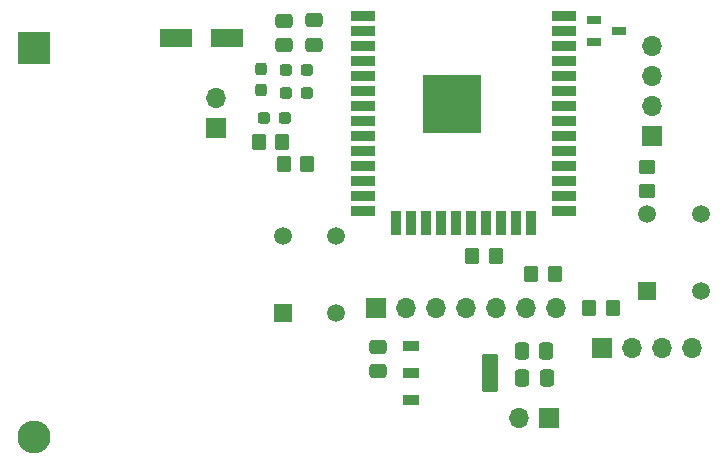
<source format=gts>
G04 #@! TF.GenerationSoftware,KiCad,Pcbnew,(6.0.4)*
G04 #@! TF.CreationDate,2022-04-15T12:37:11+02:00*
G04 #@! TF.ProjectId,standaard,7374616e-6461-4617-9264-2e6b69636164,rev?*
G04 #@! TF.SameCoordinates,Original*
G04 #@! TF.FileFunction,Soldermask,Top*
G04 #@! TF.FilePolarity,Negative*
%FSLAX46Y46*%
G04 Gerber Fmt 4.6, Leading zero omitted, Abs format (unit mm)*
G04 Created by KiCad (PCBNEW (6.0.4)) date 2022-04-15 12:37:11*
%MOMM*%
%LPD*%
G01*
G04 APERTURE LIST*
G04 Aperture macros list*
%AMRoundRect*
0 Rectangle with rounded corners*
0 $1 Rounding radius*
0 $2 $3 $4 $5 $6 $7 $8 $9 X,Y pos of 4 corners*
0 Add a 4 corners polygon primitive as box body*
4,1,4,$2,$3,$4,$5,$6,$7,$8,$9,$2,$3,0*
0 Add four circle primitives for the rounded corners*
1,1,$1+$1,$2,$3*
1,1,$1+$1,$4,$5*
1,1,$1+$1,$6,$7*
1,1,$1+$1,$8,$9*
0 Add four rect primitives between the rounded corners*
20,1,$1+$1,$2,$3,$4,$5,0*
20,1,$1+$1,$4,$5,$6,$7,0*
20,1,$1+$1,$6,$7,$8,$9,0*
20,1,$1+$1,$8,$9,$2,$3,0*%
G04 Aperture macros list end*
%ADD10O,1.700000X1.700000*%
%ADD11R,1.700000X1.700000*%
%ADD12R,2.800000X2.800000*%
%ADD13O,2.800000X2.800000*%
%ADD14RoundRect,0.250000X-0.337500X-0.475000X0.337500X-0.475000X0.337500X0.475000X-0.337500X0.475000X0*%
%ADD15RoundRect,0.250000X0.337500X0.475000X-0.337500X0.475000X-0.337500X-0.475000X0.337500X-0.475000X0*%
%ADD16RoundRect,0.042000X-0.573000X-0.258000X0.573000X-0.258000X0.573000X0.258000X-0.573000X0.258000X0*%
%ADD17RoundRect,0.093000X-0.562000X0.372000X-0.562000X-0.372000X0.562000X-0.372000X0.562000X0.372000X0*%
%ADD18RoundRect,0.131000X-0.524000X1.489000X-0.524000X-1.489000X0.524000X-1.489000X0.524000X1.489000X0*%
%ADD19R,5.000000X5.000000*%
%ADD20R,2.000000X0.900000*%
%ADD21R,0.900000X2.000000*%
%ADD22RoundRect,0.237500X-0.237500X0.287500X-0.237500X-0.287500X0.237500X-0.287500X0.237500X0.287500X0*%
%ADD23RoundRect,0.250000X0.350000X0.450000X-0.350000X0.450000X-0.350000X-0.450000X0.350000X-0.450000X0*%
%ADD24RoundRect,0.237500X0.287500X0.237500X-0.287500X0.237500X-0.287500X-0.237500X0.287500X-0.237500X0*%
%ADD25RoundRect,0.250000X0.475000X-0.337500X0.475000X0.337500X-0.475000X0.337500X-0.475000X-0.337500X0*%
%ADD26RoundRect,0.250000X-0.450000X0.350000X-0.450000X-0.350000X0.450000X-0.350000X0.450000X0.350000X0*%
%ADD27RoundRect,0.250000X-0.350000X-0.450000X0.350000X-0.450000X0.350000X0.450000X-0.350000X0.450000X0*%
%ADD28R,2.800000X1.600000*%
%ADD29R,1.498000X1.498000*%
%ADD30C,1.498000*%
G04 APERTURE END LIST*
D10*
X180869000Y-64380800D03*
D11*
X183409000Y-64380800D03*
X155209000Y-39805800D03*
D10*
X155209000Y-37265800D03*
D12*
X139809000Y-32980800D03*
D13*
X139809000Y-65980800D03*
D11*
X168759000Y-55005800D03*
D10*
X171299000Y-55005800D03*
X173839000Y-55005800D03*
X176379000Y-55005800D03*
X178919000Y-55005800D03*
X181459000Y-55005800D03*
X183999000Y-55005800D03*
D14*
X183246500Y-60980800D03*
X181171500Y-60980800D03*
D15*
X183196500Y-58630800D03*
X181121500Y-58630800D03*
D16*
X187249000Y-30630800D03*
X187249000Y-32530800D03*
X189369000Y-31580800D03*
D17*
X171778000Y-58240800D03*
X171778000Y-60530800D03*
X171778000Y-62820800D03*
D18*
X178468000Y-60530800D03*
D10*
X195499000Y-58380800D03*
X192959000Y-58380800D03*
X190419000Y-58380800D03*
D11*
X187879000Y-58380800D03*
D19*
X175209000Y-37780800D03*
D20*
X184709000Y-30280800D03*
X184709000Y-31550800D03*
X184709000Y-32820800D03*
X184709000Y-34090800D03*
X184709000Y-35360800D03*
X184709000Y-36630800D03*
X184709000Y-37900800D03*
X184709000Y-39170800D03*
X184709000Y-40440800D03*
X184709000Y-41710800D03*
X184709000Y-42980800D03*
X184709000Y-44250800D03*
X184709000Y-45520800D03*
X184709000Y-46790800D03*
D21*
X181924000Y-47790800D03*
X180654000Y-47790800D03*
X179384000Y-47790800D03*
X178114000Y-47790800D03*
X176844000Y-47790800D03*
X175574000Y-47790800D03*
X174304000Y-47790800D03*
X173034000Y-47790800D03*
X171764000Y-47790800D03*
X170494000Y-47790800D03*
D20*
X167709000Y-46790800D03*
X167709000Y-45520800D03*
X167709000Y-44250800D03*
X167709000Y-42980800D03*
X167709000Y-41710800D03*
X167709000Y-40440800D03*
X167709000Y-39170800D03*
X167709000Y-37900800D03*
X167709000Y-36630800D03*
X167709000Y-35360800D03*
X167709000Y-34090800D03*
X167709000Y-32820800D03*
X167709000Y-31550800D03*
X167709000Y-30280800D03*
D22*
X159059000Y-34805800D03*
X159059000Y-36555800D03*
D23*
X186809000Y-55030800D03*
X188809000Y-55030800D03*
D24*
X161184000Y-36830800D03*
X162934000Y-36830800D03*
D25*
X168909000Y-60368300D03*
X168909000Y-58293300D03*
X161009000Y-32768300D03*
X161009000Y-30693300D03*
D26*
X191709000Y-45130800D03*
X191709000Y-43130800D03*
D23*
X183909000Y-52130800D03*
X181909000Y-52130800D03*
D27*
X160959000Y-42830800D03*
X162959000Y-42830800D03*
D24*
X159284000Y-38930800D03*
X161034000Y-38930800D03*
D23*
X178909000Y-50630800D03*
X176909000Y-50630800D03*
D27*
X158859000Y-40930800D03*
X160859000Y-40930800D03*
D24*
X161184000Y-34880800D03*
X162934000Y-34880800D03*
D25*
X163559000Y-32718300D03*
X163559000Y-30643300D03*
D11*
X192109000Y-40480800D03*
D10*
X192109000Y-37940800D03*
X192109000Y-35400800D03*
X192109000Y-32860800D03*
D28*
X156159000Y-32130800D03*
X151859000Y-32130800D03*
D29*
X191759000Y-53595800D03*
D30*
X191759000Y-47095800D03*
X196259000Y-53595800D03*
X196259000Y-47095800D03*
D29*
X160909000Y-55430800D03*
D30*
X160909000Y-48930800D03*
X165409000Y-55430800D03*
X165409000Y-48930800D03*
M02*

</source>
